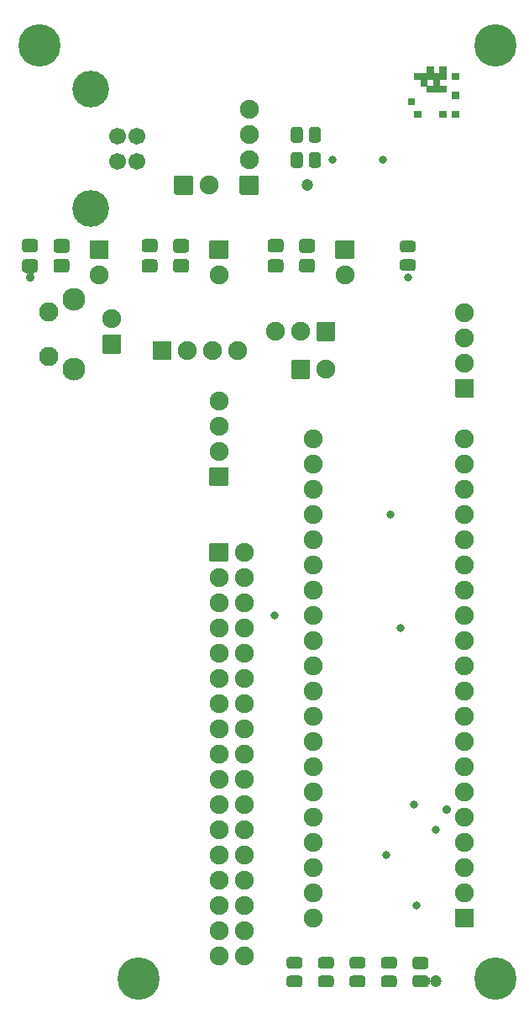
<source format=gbr>
G04 #@! TF.GenerationSoftware,KiCad,Pcbnew,(5.1.9)-1*
G04 #@! TF.CreationDate,2021-07-31T21:11:46+01:00*
G04 #@! TF.ProjectId,Greaseweazle F1 Plus Mini Rev 1.1,47726561-7365-4776-9561-7a6c65204631,1*
G04 #@! TF.SameCoordinates,PX6312cb0PY6bcb370*
G04 #@! TF.FileFunction,Soldermask,Top*
G04 #@! TF.FilePolarity,Negative*
%FSLAX46Y46*%
G04 Gerber Fmt 4.6, Leading zero omitted, Abs format (unit mm)*
G04 Created by KiCad (PCBNEW (5.1.9)-1) date 2021-07-31 21:11:46*
%MOMM*%
%LPD*%
G01*
G04 APERTURE LIST*
%ADD10C,0.100000*%
%ADD11O,1.900000X1.900000*%
%ADD12C,1.900000*%
%ADD13C,2.300000*%
%ADD14C,1.950000*%
%ADD15C,4.264000*%
%ADD16C,1.701140*%
%ADD17C,3.700120*%
%ADD18C,0.900000*%
%ADD19C,0.800000*%
%ADD20C,1.200000*%
G04 APERTURE END LIST*
D10*
G36*
X36449000Y67945000D02*
G01*
X35814000Y67945000D01*
X35814000Y68580000D01*
X36449000Y68580000D01*
X36449000Y67945000D01*
G37*
X36449000Y67945000D02*
X35814000Y67945000D01*
X35814000Y68580000D01*
X36449000Y68580000D01*
X36449000Y67945000D01*
G36*
X36449000Y67310000D02*
G01*
X35814000Y67310000D01*
X35814000Y67945000D01*
X36449000Y67945000D01*
X36449000Y67310000D01*
G37*
X36449000Y67310000D02*
X35814000Y67310000D01*
X35814000Y67945000D01*
X36449000Y67945000D01*
X36449000Y67310000D01*
G36*
X37084000Y67310000D02*
G01*
X36449000Y67310000D01*
X36449000Y67945000D01*
X37084000Y67945000D01*
X37084000Y67310000D01*
G37*
X37084000Y67310000D02*
X36449000Y67310000D01*
X36449000Y67945000D01*
X37084000Y67945000D01*
X37084000Y67310000D01*
G36*
X35814000Y67310000D02*
G01*
X35179000Y67310000D01*
X35179000Y67945000D01*
X35814000Y67945000D01*
X35814000Y67310000D01*
G37*
X35814000Y67310000D02*
X35179000Y67310000D01*
X35179000Y67945000D01*
X35814000Y67945000D01*
X35814000Y67310000D01*
G36*
X35179000Y67945000D02*
G01*
X34544000Y67945000D01*
X34544000Y68580000D01*
X35179000Y68580000D01*
X35179000Y67945000D01*
G37*
X35179000Y67945000D02*
X34544000Y67945000D01*
X34544000Y68580000D01*
X35179000Y68580000D01*
X35179000Y67945000D01*
G36*
X38354000Y68580000D02*
G01*
X37719000Y68580000D01*
X37719000Y69215000D01*
X38354000Y69215000D01*
X38354000Y68580000D01*
G37*
X38354000Y68580000D02*
X37719000Y68580000D01*
X37719000Y69215000D01*
X38354000Y69215000D01*
X38354000Y68580000D01*
G36*
X38354000Y64770000D02*
G01*
X37719000Y64770000D01*
X37719000Y65405000D01*
X38354000Y65405000D01*
X38354000Y64770000D01*
G37*
X38354000Y64770000D02*
X37719000Y64770000D01*
X37719000Y65405000D01*
X38354000Y65405000D01*
X38354000Y64770000D01*
G36*
X37084000Y69215000D02*
G01*
X36449000Y69215000D01*
X36449000Y69850000D01*
X37084000Y69850000D01*
X37084000Y69215000D01*
G37*
X37084000Y69215000D02*
X36449000Y69215000D01*
X36449000Y69850000D01*
X37084000Y69850000D01*
X37084000Y69215000D01*
G36*
X37084000Y68580000D02*
G01*
X36449000Y68580000D01*
X36449000Y69215000D01*
X37084000Y69215000D01*
X37084000Y68580000D01*
G37*
X37084000Y68580000D02*
X36449000Y68580000D01*
X36449000Y69215000D01*
X37084000Y69215000D01*
X37084000Y68580000D01*
G36*
X36449000Y68580000D02*
G01*
X35814000Y68580000D01*
X35814000Y69215000D01*
X36449000Y69215000D01*
X36449000Y68580000D01*
G37*
X36449000Y68580000D02*
X35814000Y68580000D01*
X35814000Y69215000D01*
X36449000Y69215000D01*
X36449000Y68580000D01*
G36*
X35814000Y68580000D02*
G01*
X35179000Y68580000D01*
X35179000Y69215000D01*
X35814000Y69215000D01*
X35814000Y68580000D01*
G37*
X35814000Y68580000D02*
X35179000Y68580000D01*
X35179000Y69215000D01*
X35814000Y69215000D01*
X35814000Y68580000D01*
G36*
X35814000Y69215000D02*
G01*
X35179000Y69215000D01*
X35179000Y69850000D01*
X35814000Y69850000D01*
X35814000Y69215000D01*
G37*
X35814000Y69215000D02*
X35179000Y69215000D01*
X35179000Y69850000D01*
X35814000Y69850000D01*
X35814000Y69215000D01*
G36*
X35179000Y68580000D02*
G01*
X34544000Y68580000D01*
X34544000Y69215000D01*
X35179000Y69215000D01*
X35179000Y68580000D01*
G37*
X35179000Y68580000D02*
X34544000Y68580000D01*
X34544000Y69215000D01*
X35179000Y69215000D01*
X35179000Y68580000D01*
G36*
X34544000Y68580000D02*
G01*
X33909000Y68580000D01*
X33909000Y69215000D01*
X34544000Y69215000D01*
X34544000Y68580000D01*
G37*
X34544000Y68580000D02*
X33909000Y68580000D01*
X33909000Y69215000D01*
X34544000Y69215000D01*
X34544000Y68580000D01*
G36*
X33909000Y66040000D02*
G01*
X33274000Y66040000D01*
X33274000Y66675000D01*
X33909000Y66675000D01*
X33909000Y66040000D01*
G37*
X33909000Y66040000D02*
X33274000Y66040000D01*
X33274000Y66675000D01*
X33909000Y66675000D01*
X33909000Y66040000D01*
G36*
X34544000Y64770000D02*
G01*
X33909000Y64770000D01*
X33909000Y65405000D01*
X34544000Y65405000D01*
X34544000Y64770000D01*
G37*
X34544000Y64770000D02*
X33909000Y64770000D01*
X33909000Y65405000D01*
X34544000Y65405000D01*
X34544000Y64770000D01*
G36*
X37084000Y64770000D02*
G01*
X36449000Y64770000D01*
X36449000Y65405000D01*
X37084000Y65405000D01*
X37084000Y64770000D01*
G37*
X37084000Y64770000D02*
X36449000Y64770000D01*
X36449000Y65405000D01*
X37084000Y65405000D01*
X37084000Y64770000D01*
G36*
X38354000Y66675000D02*
G01*
X37719000Y66675000D01*
X37719000Y67310000D01*
X38354000Y67310000D01*
X38354000Y66675000D01*
G37*
X38354000Y66675000D02*
X37719000Y66675000D01*
X37719000Y67310000D01*
X38354000Y67310000D01*
X38354000Y66675000D01*
G36*
X38354000Y66675000D02*
G01*
X37719000Y66675000D01*
X37719000Y67310000D01*
X38354000Y67310000D01*
X38354000Y66675000D01*
G37*
X38354000Y66675000D02*
X37719000Y66675000D01*
X37719000Y67310000D01*
X38354000Y67310000D01*
X38354000Y66675000D01*
G36*
X37084000Y64770000D02*
G01*
X36449000Y64770000D01*
X36449000Y65405000D01*
X37084000Y65405000D01*
X37084000Y64770000D01*
G37*
X37084000Y64770000D02*
X36449000Y64770000D01*
X36449000Y65405000D01*
X37084000Y65405000D01*
X37084000Y64770000D01*
G36*
X34544000Y64770000D02*
G01*
X33909000Y64770000D01*
X33909000Y65405000D01*
X34544000Y65405000D01*
X34544000Y64770000D01*
G37*
X34544000Y64770000D02*
X33909000Y64770000D01*
X33909000Y65405000D01*
X34544000Y65405000D01*
X34544000Y64770000D01*
G36*
X33909000Y66040000D02*
G01*
X33274000Y66040000D01*
X33274000Y66675000D01*
X33909000Y66675000D01*
X33909000Y66040000D01*
G37*
X33909000Y66040000D02*
X33274000Y66040000D01*
X33274000Y66675000D01*
X33909000Y66675000D01*
X33909000Y66040000D01*
G36*
X34544000Y68580000D02*
G01*
X33909000Y68580000D01*
X33909000Y69215000D01*
X34544000Y69215000D01*
X34544000Y68580000D01*
G37*
X34544000Y68580000D02*
X33909000Y68580000D01*
X33909000Y69215000D01*
X34544000Y69215000D01*
X34544000Y68580000D01*
G36*
X35179000Y68580000D02*
G01*
X34544000Y68580000D01*
X34544000Y69215000D01*
X35179000Y69215000D01*
X35179000Y68580000D01*
G37*
X35179000Y68580000D02*
X34544000Y68580000D01*
X34544000Y69215000D01*
X35179000Y69215000D01*
X35179000Y68580000D01*
G36*
X35814000Y69215000D02*
G01*
X35179000Y69215000D01*
X35179000Y69850000D01*
X35814000Y69850000D01*
X35814000Y69215000D01*
G37*
X35814000Y69215000D02*
X35179000Y69215000D01*
X35179000Y69850000D01*
X35814000Y69850000D01*
X35814000Y69215000D01*
G36*
X35814000Y68580000D02*
G01*
X35179000Y68580000D01*
X35179000Y69215000D01*
X35814000Y69215000D01*
X35814000Y68580000D01*
G37*
X35814000Y68580000D02*
X35179000Y68580000D01*
X35179000Y69215000D01*
X35814000Y69215000D01*
X35814000Y68580000D01*
G36*
X36449000Y68580000D02*
G01*
X35814000Y68580000D01*
X35814000Y69215000D01*
X36449000Y69215000D01*
X36449000Y68580000D01*
G37*
X36449000Y68580000D02*
X35814000Y68580000D01*
X35814000Y69215000D01*
X36449000Y69215000D01*
X36449000Y68580000D01*
G36*
X37084000Y68580000D02*
G01*
X36449000Y68580000D01*
X36449000Y69215000D01*
X37084000Y69215000D01*
X37084000Y68580000D01*
G37*
X37084000Y68580000D02*
X36449000Y68580000D01*
X36449000Y69215000D01*
X37084000Y69215000D01*
X37084000Y68580000D01*
G36*
X37084000Y69215000D02*
G01*
X36449000Y69215000D01*
X36449000Y69850000D01*
X37084000Y69850000D01*
X37084000Y69215000D01*
G37*
X37084000Y69215000D02*
X36449000Y69215000D01*
X36449000Y69850000D01*
X37084000Y69850000D01*
X37084000Y69215000D01*
G36*
X38354000Y64770000D02*
G01*
X37719000Y64770000D01*
X37719000Y65405000D01*
X38354000Y65405000D01*
X38354000Y64770000D01*
G37*
X38354000Y64770000D02*
X37719000Y64770000D01*
X37719000Y65405000D01*
X38354000Y65405000D01*
X38354000Y64770000D01*
G36*
X38354000Y68580000D02*
G01*
X37719000Y68580000D01*
X37719000Y69215000D01*
X38354000Y69215000D01*
X38354000Y68580000D01*
G37*
X38354000Y68580000D02*
X37719000Y68580000D01*
X37719000Y69215000D01*
X38354000Y69215000D01*
X38354000Y68580000D01*
G36*
X35179000Y67945000D02*
G01*
X34544000Y67945000D01*
X34544000Y68580000D01*
X35179000Y68580000D01*
X35179000Y67945000D01*
G37*
X35179000Y67945000D02*
X34544000Y67945000D01*
X34544000Y68580000D01*
X35179000Y68580000D01*
X35179000Y67945000D01*
G36*
X35814000Y67310000D02*
G01*
X35179000Y67310000D01*
X35179000Y67945000D01*
X35814000Y67945000D01*
X35814000Y67310000D01*
G37*
X35814000Y67310000D02*
X35179000Y67310000D01*
X35179000Y67945000D01*
X35814000Y67945000D01*
X35814000Y67310000D01*
G36*
X37084000Y67310000D02*
G01*
X36449000Y67310000D01*
X36449000Y67945000D01*
X37084000Y67945000D01*
X37084000Y67310000D01*
G37*
X37084000Y67310000D02*
X36449000Y67310000D01*
X36449000Y67945000D01*
X37084000Y67945000D01*
X37084000Y67310000D01*
G36*
X36449000Y67310000D02*
G01*
X35814000Y67310000D01*
X35814000Y67945000D01*
X36449000Y67945000D01*
X36449000Y67310000D01*
G37*
X36449000Y67310000D02*
X35814000Y67310000D01*
X35814000Y67945000D01*
X36449000Y67945000D01*
X36449000Y67310000D01*
G36*
X36449000Y67945000D02*
G01*
X35814000Y67945000D01*
X35814000Y68580000D01*
X36449000Y68580000D01*
X36449000Y67945000D01*
G37*
X36449000Y67945000D02*
X35814000Y67945000D01*
X35814000Y68580000D01*
X36449000Y68580000D01*
X36449000Y67945000D01*
G36*
X36449000Y67945000D02*
G01*
X35814000Y67945000D01*
X35814000Y68580000D01*
X36449000Y68580000D01*
X36449000Y67945000D01*
G37*
X36449000Y67945000D02*
X35814000Y67945000D01*
X35814000Y68580000D01*
X36449000Y68580000D01*
X36449000Y67945000D01*
G36*
X36449000Y67310000D02*
G01*
X35814000Y67310000D01*
X35814000Y67945000D01*
X36449000Y67945000D01*
X36449000Y67310000D01*
G37*
X36449000Y67310000D02*
X35814000Y67310000D01*
X35814000Y67945000D01*
X36449000Y67945000D01*
X36449000Y67310000D01*
G36*
X37084000Y67310000D02*
G01*
X36449000Y67310000D01*
X36449000Y67945000D01*
X37084000Y67945000D01*
X37084000Y67310000D01*
G37*
X37084000Y67310000D02*
X36449000Y67310000D01*
X36449000Y67945000D01*
X37084000Y67945000D01*
X37084000Y67310000D01*
G36*
X35814000Y67310000D02*
G01*
X35179000Y67310000D01*
X35179000Y67945000D01*
X35814000Y67945000D01*
X35814000Y67310000D01*
G37*
X35814000Y67310000D02*
X35179000Y67310000D01*
X35179000Y67945000D01*
X35814000Y67945000D01*
X35814000Y67310000D01*
G36*
X35179000Y67945000D02*
G01*
X34544000Y67945000D01*
X34544000Y68580000D01*
X35179000Y68580000D01*
X35179000Y67945000D01*
G37*
X35179000Y67945000D02*
X34544000Y67945000D01*
X34544000Y68580000D01*
X35179000Y68580000D01*
X35179000Y67945000D01*
G36*
X38354000Y68580000D02*
G01*
X37719000Y68580000D01*
X37719000Y69215000D01*
X38354000Y69215000D01*
X38354000Y68580000D01*
G37*
X38354000Y68580000D02*
X37719000Y68580000D01*
X37719000Y69215000D01*
X38354000Y69215000D01*
X38354000Y68580000D01*
G36*
X38354000Y64770000D02*
G01*
X37719000Y64770000D01*
X37719000Y65405000D01*
X38354000Y65405000D01*
X38354000Y64770000D01*
G37*
X38354000Y64770000D02*
X37719000Y64770000D01*
X37719000Y65405000D01*
X38354000Y65405000D01*
X38354000Y64770000D01*
G36*
X37084000Y69215000D02*
G01*
X36449000Y69215000D01*
X36449000Y69850000D01*
X37084000Y69850000D01*
X37084000Y69215000D01*
G37*
X37084000Y69215000D02*
X36449000Y69215000D01*
X36449000Y69850000D01*
X37084000Y69850000D01*
X37084000Y69215000D01*
G36*
X37084000Y68580000D02*
G01*
X36449000Y68580000D01*
X36449000Y69215000D01*
X37084000Y69215000D01*
X37084000Y68580000D01*
G37*
X37084000Y68580000D02*
X36449000Y68580000D01*
X36449000Y69215000D01*
X37084000Y69215000D01*
X37084000Y68580000D01*
G36*
X36449000Y68580000D02*
G01*
X35814000Y68580000D01*
X35814000Y69215000D01*
X36449000Y69215000D01*
X36449000Y68580000D01*
G37*
X36449000Y68580000D02*
X35814000Y68580000D01*
X35814000Y69215000D01*
X36449000Y69215000D01*
X36449000Y68580000D01*
G36*
X35814000Y68580000D02*
G01*
X35179000Y68580000D01*
X35179000Y69215000D01*
X35814000Y69215000D01*
X35814000Y68580000D01*
G37*
X35814000Y68580000D02*
X35179000Y68580000D01*
X35179000Y69215000D01*
X35814000Y69215000D01*
X35814000Y68580000D01*
G36*
X35814000Y69215000D02*
G01*
X35179000Y69215000D01*
X35179000Y69850000D01*
X35814000Y69850000D01*
X35814000Y69215000D01*
G37*
X35814000Y69215000D02*
X35179000Y69215000D01*
X35179000Y69850000D01*
X35814000Y69850000D01*
X35814000Y69215000D01*
G36*
X35179000Y68580000D02*
G01*
X34544000Y68580000D01*
X34544000Y69215000D01*
X35179000Y69215000D01*
X35179000Y68580000D01*
G37*
X35179000Y68580000D02*
X34544000Y68580000D01*
X34544000Y69215000D01*
X35179000Y69215000D01*
X35179000Y68580000D01*
G36*
X34544000Y68580000D02*
G01*
X33909000Y68580000D01*
X33909000Y69215000D01*
X34544000Y69215000D01*
X34544000Y68580000D01*
G37*
X34544000Y68580000D02*
X33909000Y68580000D01*
X33909000Y69215000D01*
X34544000Y69215000D01*
X34544000Y68580000D01*
G36*
X33909000Y66040000D02*
G01*
X33274000Y66040000D01*
X33274000Y66675000D01*
X33909000Y66675000D01*
X33909000Y66040000D01*
G37*
X33909000Y66040000D02*
X33274000Y66040000D01*
X33274000Y66675000D01*
X33909000Y66675000D01*
X33909000Y66040000D01*
G36*
X34544000Y64770000D02*
G01*
X33909000Y64770000D01*
X33909000Y65405000D01*
X34544000Y65405000D01*
X34544000Y64770000D01*
G37*
X34544000Y64770000D02*
X33909000Y64770000D01*
X33909000Y65405000D01*
X34544000Y65405000D01*
X34544000Y64770000D01*
G36*
X37084000Y64770000D02*
G01*
X36449000Y64770000D01*
X36449000Y65405000D01*
X37084000Y65405000D01*
X37084000Y64770000D01*
G37*
X37084000Y64770000D02*
X36449000Y64770000D01*
X36449000Y65405000D01*
X37084000Y65405000D01*
X37084000Y64770000D01*
G36*
X38354000Y66675000D02*
G01*
X37719000Y66675000D01*
X37719000Y67310000D01*
X38354000Y67310000D01*
X38354000Y66675000D01*
G37*
X38354000Y66675000D02*
X37719000Y66675000D01*
X37719000Y67310000D01*
X38354000Y67310000D01*
X38354000Y66675000D01*
G36*
X38354000Y66675000D02*
G01*
X37719000Y66675000D01*
X37719000Y67310000D01*
X38354000Y67310000D01*
X38354000Y66675000D01*
G37*
X38354000Y66675000D02*
X37719000Y66675000D01*
X37719000Y67310000D01*
X38354000Y67310000D01*
X38354000Y66675000D01*
G36*
X37084000Y64770000D02*
G01*
X36449000Y64770000D01*
X36449000Y65405000D01*
X37084000Y65405000D01*
X37084000Y64770000D01*
G37*
X37084000Y64770000D02*
X36449000Y64770000D01*
X36449000Y65405000D01*
X37084000Y65405000D01*
X37084000Y64770000D01*
G36*
X34544000Y64770000D02*
G01*
X33909000Y64770000D01*
X33909000Y65405000D01*
X34544000Y65405000D01*
X34544000Y64770000D01*
G37*
X34544000Y64770000D02*
X33909000Y64770000D01*
X33909000Y65405000D01*
X34544000Y65405000D01*
X34544000Y64770000D01*
G36*
X33909000Y66040000D02*
G01*
X33274000Y66040000D01*
X33274000Y66675000D01*
X33909000Y66675000D01*
X33909000Y66040000D01*
G37*
X33909000Y66040000D02*
X33274000Y66040000D01*
X33274000Y66675000D01*
X33909000Y66675000D01*
X33909000Y66040000D01*
G36*
X34544000Y68580000D02*
G01*
X33909000Y68580000D01*
X33909000Y69215000D01*
X34544000Y69215000D01*
X34544000Y68580000D01*
G37*
X34544000Y68580000D02*
X33909000Y68580000D01*
X33909000Y69215000D01*
X34544000Y69215000D01*
X34544000Y68580000D01*
G36*
X35179000Y68580000D02*
G01*
X34544000Y68580000D01*
X34544000Y69215000D01*
X35179000Y69215000D01*
X35179000Y68580000D01*
G37*
X35179000Y68580000D02*
X34544000Y68580000D01*
X34544000Y69215000D01*
X35179000Y69215000D01*
X35179000Y68580000D01*
G36*
X35814000Y69215000D02*
G01*
X35179000Y69215000D01*
X35179000Y69850000D01*
X35814000Y69850000D01*
X35814000Y69215000D01*
G37*
X35814000Y69215000D02*
X35179000Y69215000D01*
X35179000Y69850000D01*
X35814000Y69850000D01*
X35814000Y69215000D01*
G36*
X35814000Y68580000D02*
G01*
X35179000Y68580000D01*
X35179000Y69215000D01*
X35814000Y69215000D01*
X35814000Y68580000D01*
G37*
X35814000Y68580000D02*
X35179000Y68580000D01*
X35179000Y69215000D01*
X35814000Y69215000D01*
X35814000Y68580000D01*
G36*
X36449000Y68580000D02*
G01*
X35814000Y68580000D01*
X35814000Y69215000D01*
X36449000Y69215000D01*
X36449000Y68580000D01*
G37*
X36449000Y68580000D02*
X35814000Y68580000D01*
X35814000Y69215000D01*
X36449000Y69215000D01*
X36449000Y68580000D01*
G36*
X37084000Y68580000D02*
G01*
X36449000Y68580000D01*
X36449000Y69215000D01*
X37084000Y69215000D01*
X37084000Y68580000D01*
G37*
X37084000Y68580000D02*
X36449000Y68580000D01*
X36449000Y69215000D01*
X37084000Y69215000D01*
X37084000Y68580000D01*
G36*
X37084000Y69215000D02*
G01*
X36449000Y69215000D01*
X36449000Y69850000D01*
X37084000Y69850000D01*
X37084000Y69215000D01*
G37*
X37084000Y69215000D02*
X36449000Y69215000D01*
X36449000Y69850000D01*
X37084000Y69850000D01*
X37084000Y69215000D01*
G36*
X38354000Y64770000D02*
G01*
X37719000Y64770000D01*
X37719000Y65405000D01*
X38354000Y65405000D01*
X38354000Y64770000D01*
G37*
X38354000Y64770000D02*
X37719000Y64770000D01*
X37719000Y65405000D01*
X38354000Y65405000D01*
X38354000Y64770000D01*
G36*
X38354000Y68580000D02*
G01*
X37719000Y68580000D01*
X37719000Y69215000D01*
X38354000Y69215000D01*
X38354000Y68580000D01*
G37*
X38354000Y68580000D02*
X37719000Y68580000D01*
X37719000Y69215000D01*
X38354000Y69215000D01*
X38354000Y68580000D01*
G36*
X35179000Y67945000D02*
G01*
X34544000Y67945000D01*
X34544000Y68580000D01*
X35179000Y68580000D01*
X35179000Y67945000D01*
G37*
X35179000Y67945000D02*
X34544000Y67945000D01*
X34544000Y68580000D01*
X35179000Y68580000D01*
X35179000Y67945000D01*
G36*
X35814000Y67310000D02*
G01*
X35179000Y67310000D01*
X35179000Y67945000D01*
X35814000Y67945000D01*
X35814000Y67310000D01*
G37*
X35814000Y67310000D02*
X35179000Y67310000D01*
X35179000Y67945000D01*
X35814000Y67945000D01*
X35814000Y67310000D01*
G36*
X37084000Y67310000D02*
G01*
X36449000Y67310000D01*
X36449000Y67945000D01*
X37084000Y67945000D01*
X37084000Y67310000D01*
G37*
X37084000Y67310000D02*
X36449000Y67310000D01*
X36449000Y67945000D01*
X37084000Y67945000D01*
X37084000Y67310000D01*
G36*
X36449000Y67310000D02*
G01*
X35814000Y67310000D01*
X35814000Y67945000D01*
X36449000Y67945000D01*
X36449000Y67310000D01*
G37*
X36449000Y67310000D02*
X35814000Y67310000D01*
X35814000Y67945000D01*
X36449000Y67945000D01*
X36449000Y67310000D01*
G36*
X36449000Y67945000D02*
G01*
X35814000Y67945000D01*
X35814000Y68580000D01*
X36449000Y68580000D01*
X36449000Y67945000D01*
G37*
X36449000Y67945000D02*
X35814000Y67945000D01*
X35814000Y68580000D01*
X36449000Y68580000D01*
X36449000Y67945000D01*
D11*
X13208000Y57912000D03*
G36*
G01*
X11518000Y56962000D02*
X9818000Y56962000D01*
G75*
G02*
X9718000Y57062000I0J100000D01*
G01*
X9718000Y58762000D01*
G75*
G02*
X9818000Y58862000I100000J0D01*
G01*
X11518000Y58862000D01*
G75*
G02*
X11618000Y58762000I0J-100000D01*
G01*
X11618000Y57062000D01*
G75*
G02*
X11518000Y56962000I-100000J0D01*
G01*
G37*
X16129000Y41275000D03*
X13589000Y41275000D03*
X11049000Y41275000D03*
G36*
G01*
X9359000Y40325000D02*
X7659000Y40325000D01*
G75*
G02*
X7559000Y40425000I0J100000D01*
G01*
X7559000Y42125000D01*
G75*
G02*
X7659000Y42225000I100000J0D01*
G01*
X9359000Y42225000D01*
G75*
G02*
X9459000Y42125000I0J-100000D01*
G01*
X9459000Y40425000D01*
G75*
G02*
X9359000Y40325000I-100000J0D01*
G01*
G37*
X25019000Y39370000D03*
G36*
G01*
X23329000Y38420000D02*
X21629000Y38420000D01*
G75*
G02*
X21529000Y38520000I0J100000D01*
G01*
X21529000Y40220000D01*
G75*
G02*
X21629000Y40320000I100000J0D01*
G01*
X23329000Y40320000D01*
G75*
G02*
X23429000Y40220000I0J-100000D01*
G01*
X23429000Y38520000D01*
G75*
G02*
X23329000Y38420000I-100000J0D01*
G01*
G37*
X19939000Y43180000D03*
X22479000Y43180000D03*
G36*
G01*
X24169000Y44130000D02*
X25869000Y44130000D01*
G75*
G02*
X25969000Y44030000I0J-100000D01*
G01*
X25969000Y42330000D01*
G75*
G02*
X25869000Y42230000I-100000J0D01*
G01*
X24169000Y42230000D01*
G75*
G02*
X24069000Y42330000I0J100000D01*
G01*
X24069000Y44030000D01*
G75*
G02*
X24169000Y44130000I100000J0D01*
G01*
G37*
D12*
X23749000Y-15875000D03*
G36*
G01*
X39939000Y-15025000D02*
X39939000Y-16725000D01*
G75*
G02*
X39839000Y-16825000I-100000J0D01*
G01*
X38139000Y-16825000D01*
G75*
G02*
X38039000Y-16725000I0J100000D01*
G01*
X38039000Y-15025000D01*
G75*
G02*
X38139000Y-14925000I100000J0D01*
G01*
X39839000Y-14925000D01*
G75*
G02*
X39939000Y-15025000I0J-100000D01*
G01*
G37*
X23749000Y-13335000D03*
X38989000Y-13335000D03*
X23749000Y-10795000D03*
X38989000Y-10795000D03*
X23749000Y-8255000D03*
X38989000Y-8255000D03*
X23749000Y-5715000D03*
X38989000Y-5715000D03*
X23749000Y-3175000D03*
X38989000Y-3175000D03*
X23749000Y-635000D03*
X38989000Y-635000D03*
X23749000Y1905000D03*
X38989000Y1905000D03*
X23749000Y4445000D03*
X38989000Y4445000D03*
X23749000Y6985000D03*
X38989000Y6985000D03*
X23749000Y9525000D03*
X38989000Y9525000D03*
X23749000Y12065000D03*
X38989000Y12065000D03*
X23749000Y14605000D03*
X38989000Y14605000D03*
X23749000Y17145000D03*
X38989000Y17145000D03*
X23749000Y19685000D03*
X38989000Y19685000D03*
X23749000Y22225000D03*
X38989000Y22225000D03*
X23749000Y24765000D03*
X38989000Y24765000D03*
X23749000Y27305000D03*
X38989000Y27305000D03*
X23749000Y29845000D03*
X38989000Y29845000D03*
X23749000Y32385000D03*
X38989000Y32385000D03*
D13*
X-431000Y39390000D03*
D14*
X-2921000Y40640000D03*
X-2921000Y45140000D03*
D13*
X-431000Y46400000D03*
D11*
X38989000Y45085000D03*
X38989000Y42545000D03*
X38989000Y40005000D03*
G36*
G01*
X39939000Y38315000D02*
X39939000Y36615000D01*
G75*
G02*
X39839000Y36515000I-100000J0D01*
G01*
X38139000Y36515000D01*
G75*
G02*
X38039000Y36615000I0J100000D01*
G01*
X38039000Y38315000D01*
G75*
G02*
X38139000Y38415000I100000J0D01*
G01*
X39839000Y38415000D01*
G75*
G02*
X39939000Y38315000I0J-100000D01*
G01*
G37*
X17272000Y65532000D03*
X17272000Y62992000D03*
X17272000Y60452000D03*
G36*
G01*
X18222000Y58762000D02*
X18222000Y57062000D01*
G75*
G02*
X18122000Y56962000I-100000J0D01*
G01*
X16422000Y56962000D01*
G75*
G02*
X16322000Y57062000I0J100000D01*
G01*
X16322000Y58762000D01*
G75*
G02*
X16422000Y58862000I100000J0D01*
G01*
X18122000Y58862000D01*
G75*
G02*
X18222000Y58762000I0J-100000D01*
G01*
G37*
G36*
G01*
X22687000Y60953222D02*
X22687000Y59950778D01*
G75*
G02*
X22388222Y59652000I-298778J0D01*
G01*
X21760778Y59652000D01*
G75*
G02*
X21462000Y59950778I0J298778D01*
G01*
X21462000Y60953222D01*
G75*
G02*
X21760778Y61252000I298778J0D01*
G01*
X22388222Y61252000D01*
G75*
G02*
X22687000Y60953222I0J-298778D01*
G01*
G37*
G36*
G01*
X24512000Y60953222D02*
X24512000Y59950778D01*
G75*
G02*
X24213222Y59652000I-298778J0D01*
G01*
X23585778Y59652000D01*
G75*
G02*
X23287000Y59950778I0J298778D01*
G01*
X23287000Y60953222D01*
G75*
G02*
X23585778Y61252000I298778J0D01*
G01*
X24213222Y61252000D01*
G75*
G02*
X24512000Y60953222I0J-298778D01*
G01*
G37*
G36*
G01*
X22687000Y63493222D02*
X22687000Y62490778D01*
G75*
G02*
X22388222Y62192000I-298778J0D01*
G01*
X21760778Y62192000D01*
G75*
G02*
X21462000Y62490778I0J298778D01*
G01*
X21462000Y63493222D01*
G75*
G02*
X21760778Y63792000I298778J0D01*
G01*
X22388222Y63792000D01*
G75*
G02*
X22687000Y63493222I0J-298778D01*
G01*
G37*
G36*
G01*
X24512000Y63493222D02*
X24512000Y62490778D01*
G75*
G02*
X24213222Y62192000I-298778J0D01*
G01*
X23585778Y62192000D01*
G75*
G02*
X23287000Y62490778I0J298778D01*
G01*
X23287000Y63493222D01*
G75*
G02*
X23585778Y63792000I298778J0D01*
G01*
X24213222Y63792000D01*
G75*
G02*
X24512000Y63493222I0J-298778D01*
G01*
G37*
D15*
X42114000Y-21970000D03*
X6114000Y-21970000D03*
X42114000Y72030000D03*
X-3886000Y72030000D03*
D11*
X26924000Y48895000D03*
G36*
G01*
X25974000Y50585000D02*
X25974000Y52285000D01*
G75*
G02*
X26074000Y52385000I100000J0D01*
G01*
X27774000Y52385000D01*
G75*
G02*
X27874000Y52285000I0J-100000D01*
G01*
X27874000Y50585000D01*
G75*
G02*
X27774000Y50485000I-100000J0D01*
G01*
X26074000Y50485000D01*
G75*
G02*
X25974000Y50585000I0J100000D01*
G01*
G37*
X14224000Y48895000D03*
G36*
G01*
X13274000Y50585000D02*
X13274000Y52285000D01*
G75*
G02*
X13374000Y52385000I100000J0D01*
G01*
X15074000Y52385000D01*
G75*
G02*
X15174000Y52285000I0J-100000D01*
G01*
X15174000Y50585000D01*
G75*
G02*
X15074000Y50485000I-100000J0D01*
G01*
X13374000Y50485000D01*
G75*
G02*
X13274000Y50585000I0J100000D01*
G01*
G37*
X2159000Y48895000D03*
G36*
G01*
X1209000Y50585000D02*
X1209000Y52285000D01*
G75*
G02*
X1309000Y52385000I100000J0D01*
G01*
X3009000Y52385000D01*
G75*
G02*
X3109000Y52285000I0J-100000D01*
G01*
X3109000Y50585000D01*
G75*
G02*
X3009000Y50485000I-100000J0D01*
G01*
X1309000Y50485000D01*
G75*
G02*
X1209000Y50585000I0J100000D01*
G01*
G37*
G36*
G01*
X23622335Y51100000D02*
X22605665Y51100000D01*
G75*
G02*
X22314000Y51391665I0J291665D01*
G01*
X22314000Y52208335D01*
G75*
G02*
X22605665Y52500000I291665J0D01*
G01*
X23622335Y52500000D01*
G75*
G02*
X23914000Y52208335I0J-291665D01*
G01*
X23914000Y51391665D01*
G75*
G02*
X23622335Y51100000I-291665J0D01*
G01*
G37*
G36*
G01*
X23622335Y49100000D02*
X22605665Y49100000D01*
G75*
G02*
X22314000Y49391665I0J291665D01*
G01*
X22314000Y50208335D01*
G75*
G02*
X22605665Y50500000I291665J0D01*
G01*
X23622335Y50500000D01*
G75*
G02*
X23914000Y50208335I0J-291665D01*
G01*
X23914000Y49391665D01*
G75*
G02*
X23622335Y49100000I-291665J0D01*
G01*
G37*
G36*
G01*
X-1142665Y51100000D02*
X-2159335Y51100000D01*
G75*
G02*
X-2451000Y51391665I0J291665D01*
G01*
X-2451000Y52208335D01*
G75*
G02*
X-2159335Y52500000I291665J0D01*
G01*
X-1142665Y52500000D01*
G75*
G02*
X-851000Y52208335I0J-291665D01*
G01*
X-851000Y51391665D01*
G75*
G02*
X-1142665Y51100000I-291665J0D01*
G01*
G37*
G36*
G01*
X-1142665Y49100000D02*
X-2159335Y49100000D01*
G75*
G02*
X-2451000Y49391665I0J291665D01*
G01*
X-2451000Y50208335D01*
G75*
G02*
X-2159335Y50500000I291665J0D01*
G01*
X-1142665Y50500000D01*
G75*
G02*
X-851000Y50208335I0J-291665D01*
G01*
X-851000Y49391665D01*
G75*
G02*
X-1142665Y49100000I-291665J0D01*
G01*
G37*
G36*
G01*
X10922335Y51100000D02*
X9905665Y51100000D01*
G75*
G02*
X9614000Y51391665I0J291665D01*
G01*
X9614000Y52208335D01*
G75*
G02*
X9905665Y52500000I291665J0D01*
G01*
X10922335Y52500000D01*
G75*
G02*
X11214000Y52208335I0J-291665D01*
G01*
X11214000Y51391665D01*
G75*
G02*
X10922335Y51100000I-291665J0D01*
G01*
G37*
G36*
G01*
X10922335Y49100000D02*
X9905665Y49100000D01*
G75*
G02*
X9614000Y49391665I0J291665D01*
G01*
X9614000Y50208335D01*
G75*
G02*
X9905665Y50500000I291665J0D01*
G01*
X10922335Y50500000D01*
G75*
G02*
X11214000Y50208335I0J-291665D01*
G01*
X11214000Y49391665D01*
G75*
G02*
X10922335Y49100000I-291665J0D01*
G01*
G37*
G36*
G01*
X20445523Y51150000D02*
X19432477Y51150000D01*
G75*
G02*
X19139000Y51443477I0J293477D01*
G01*
X19139000Y52206523D01*
G75*
G02*
X19432477Y52500000I293477J0D01*
G01*
X20445523Y52500000D01*
G75*
G02*
X20739000Y52206523I0J-293477D01*
G01*
X20739000Y51443477D01*
G75*
G02*
X20445523Y51150000I-293477J0D01*
G01*
G37*
G36*
G01*
X20445523Y49100000D02*
X19432477Y49100000D01*
G75*
G02*
X19139000Y49393477I0J293477D01*
G01*
X19139000Y50156523D01*
G75*
G02*
X19432477Y50450000I293477J0D01*
G01*
X20445523Y50450000D01*
G75*
G02*
X20739000Y50156523I0J-293477D01*
G01*
X20739000Y49393477D01*
G75*
G02*
X20445523Y49100000I-293477J0D01*
G01*
G37*
G36*
G01*
X-4319477Y51150000D02*
X-5332523Y51150000D01*
G75*
G02*
X-5626000Y51443477I0J293477D01*
G01*
X-5626000Y52206523D01*
G75*
G02*
X-5332523Y52500000I293477J0D01*
G01*
X-4319477Y52500000D01*
G75*
G02*
X-4026000Y52206523I0J-293477D01*
G01*
X-4026000Y51443477D01*
G75*
G02*
X-4319477Y51150000I-293477J0D01*
G01*
G37*
G36*
G01*
X-4319477Y49100000D02*
X-5332523Y49100000D01*
G75*
G02*
X-5626000Y49393477I0J293477D01*
G01*
X-5626000Y50156523D01*
G75*
G02*
X-5332523Y50450000I293477J0D01*
G01*
X-4319477Y50450000D01*
G75*
G02*
X-4026000Y50156523I0J-293477D01*
G01*
X-4026000Y49393477D01*
G75*
G02*
X-4319477Y49100000I-293477J0D01*
G01*
G37*
G36*
G01*
X7745523Y51150000D02*
X6732477Y51150000D01*
G75*
G02*
X6439000Y51443477I0J293477D01*
G01*
X6439000Y52206523D01*
G75*
G02*
X6732477Y52500000I293477J0D01*
G01*
X7745523Y52500000D01*
G75*
G02*
X8039000Y52206523I0J-293477D01*
G01*
X8039000Y51443477D01*
G75*
G02*
X7745523Y51150000I-293477J0D01*
G01*
G37*
G36*
G01*
X7745523Y49100000D02*
X6732477Y49100000D01*
G75*
G02*
X6439000Y49393477I0J293477D01*
G01*
X6439000Y50156523D01*
G75*
G02*
X6732477Y50450000I293477J0D01*
G01*
X7745523Y50450000D01*
G75*
G02*
X8039000Y50156523I0J-293477D01*
G01*
X8039000Y49393477D01*
G75*
G02*
X7745523Y49100000I-293477J0D01*
G01*
G37*
G36*
G01*
X35045222Y-21036000D02*
X34042778Y-21036000D01*
G75*
G02*
X33744000Y-20737222I0J298778D01*
G01*
X33744000Y-20109778D01*
G75*
G02*
X34042778Y-19811000I298778J0D01*
G01*
X35045222Y-19811000D01*
G75*
G02*
X35344000Y-20109778I0J-298778D01*
G01*
X35344000Y-20737222D01*
G75*
G02*
X35045222Y-21036000I-298778J0D01*
G01*
G37*
G36*
G01*
X35045222Y-22861000D02*
X34042778Y-22861000D01*
G75*
G02*
X33744000Y-22562222I0J298778D01*
G01*
X33744000Y-21934778D01*
G75*
G02*
X34042778Y-21636000I298778J0D01*
G01*
X35045222Y-21636000D01*
G75*
G02*
X35344000Y-21934778I0J-298778D01*
G01*
X35344000Y-22562222D01*
G75*
G02*
X35045222Y-22861000I-298778J0D01*
G01*
G37*
G36*
G01*
X15174000Y29425000D02*
X15174000Y27725000D01*
G75*
G02*
X15074000Y27625000I-100000J0D01*
G01*
X13374000Y27625000D01*
G75*
G02*
X13274000Y27725000I0J100000D01*
G01*
X13274000Y29425000D01*
G75*
G02*
X13374000Y29525000I100000J0D01*
G01*
X15074000Y29525000D01*
G75*
G02*
X15174000Y29425000I0J-100000D01*
G01*
G37*
X14224000Y31115000D03*
X14224000Y33655000D03*
X14224000Y36195000D03*
G36*
G01*
X4379000Y42760000D02*
X4379000Y41060000D01*
G75*
G02*
X4279000Y40960000I-100000J0D01*
G01*
X2579000Y40960000D01*
G75*
G02*
X2479000Y41060000I0J100000D01*
G01*
X2479000Y42760000D01*
G75*
G02*
X2579000Y42860000I100000J0D01*
G01*
X4279000Y42860000D01*
G75*
G02*
X4379000Y42760000I0J-100000D01*
G01*
G37*
X3429000Y44450000D03*
D16*
X3987800Y62839600D03*
X3987800Y60350400D03*
X5994400Y60350400D03*
X5994400Y62839600D03*
D17*
X1270000Y67614800D03*
X1270000Y55575200D03*
G36*
G01*
X13274000Y20105000D02*
X13274000Y21805000D01*
G75*
G02*
X13374000Y21905000I100000J0D01*
G01*
X15074000Y21905000D01*
G75*
G02*
X15174000Y21805000I0J-100000D01*
G01*
X15174000Y20105000D01*
G75*
G02*
X15074000Y20005000I-100000J0D01*
G01*
X13374000Y20005000D01*
G75*
G02*
X13274000Y20105000I0J100000D01*
G01*
G37*
D11*
X16764000Y20955000D03*
X14224000Y18415000D03*
X16764000Y18415000D03*
X14224000Y15875000D03*
X16764000Y15875000D03*
X14224000Y13335000D03*
X16764000Y13335000D03*
X14224000Y10795000D03*
X16764000Y10795000D03*
X14224000Y8255000D03*
X16764000Y8255000D03*
X14224000Y5715000D03*
X16764000Y5715000D03*
X14224000Y3175000D03*
X16764000Y3175000D03*
X14224000Y635000D03*
X16764000Y635000D03*
X14224000Y-1905000D03*
X16764000Y-1905000D03*
X14224000Y-4445000D03*
X16764000Y-4445000D03*
X14224000Y-6985000D03*
X16764000Y-6985000D03*
X14224000Y-9525000D03*
X16764000Y-9525000D03*
X14224000Y-12065000D03*
X16764000Y-12065000D03*
X14224000Y-14605000D03*
X16764000Y-14605000D03*
X14224000Y-17145000D03*
X16764000Y-17145000D03*
X14224000Y-19685000D03*
X16764000Y-19685000D03*
G36*
G01*
X31875250Y-22861000D02*
X30862750Y-22861000D01*
G75*
G02*
X30569000Y-22567250I0J293750D01*
G01*
X30569000Y-21979750D01*
G75*
G02*
X30862750Y-21686000I293750J0D01*
G01*
X31875250Y-21686000D01*
G75*
G02*
X32169000Y-21979750I0J-293750D01*
G01*
X32169000Y-22567250D01*
G75*
G02*
X31875250Y-22861000I-293750J0D01*
G01*
G37*
G36*
G01*
X31875250Y-20986000D02*
X30862750Y-20986000D01*
G75*
G02*
X30569000Y-20692250I0J293750D01*
G01*
X30569000Y-20104750D01*
G75*
G02*
X30862750Y-19811000I293750J0D01*
G01*
X31875250Y-19811000D01*
G75*
G02*
X32169000Y-20104750I0J-293750D01*
G01*
X32169000Y-20692250D01*
G75*
G02*
X31875250Y-20986000I-293750J0D01*
G01*
G37*
G36*
G01*
X22350250Y-22861000D02*
X21337750Y-22861000D01*
G75*
G02*
X21044000Y-22567250I0J293750D01*
G01*
X21044000Y-21979750D01*
G75*
G02*
X21337750Y-21686000I293750J0D01*
G01*
X22350250Y-21686000D01*
G75*
G02*
X22644000Y-21979750I0J-293750D01*
G01*
X22644000Y-22567250D01*
G75*
G02*
X22350250Y-22861000I-293750J0D01*
G01*
G37*
G36*
G01*
X22350250Y-20986000D02*
X21337750Y-20986000D01*
G75*
G02*
X21044000Y-20692250I0J293750D01*
G01*
X21044000Y-20104750D01*
G75*
G02*
X21337750Y-19811000I293750J0D01*
G01*
X22350250Y-19811000D01*
G75*
G02*
X22644000Y-20104750I0J-293750D01*
G01*
X22644000Y-20692250D01*
G75*
G02*
X22350250Y-20986000I-293750J0D01*
G01*
G37*
G36*
G01*
X25525250Y-22861000D02*
X24512750Y-22861000D01*
G75*
G02*
X24219000Y-22567250I0J293750D01*
G01*
X24219000Y-21979750D01*
G75*
G02*
X24512750Y-21686000I293750J0D01*
G01*
X25525250Y-21686000D01*
G75*
G02*
X25819000Y-21979750I0J-293750D01*
G01*
X25819000Y-22567250D01*
G75*
G02*
X25525250Y-22861000I-293750J0D01*
G01*
G37*
G36*
G01*
X25525250Y-20986000D02*
X24512750Y-20986000D01*
G75*
G02*
X24219000Y-20692250I0J293750D01*
G01*
X24219000Y-20104750D01*
G75*
G02*
X24512750Y-19811000I293750J0D01*
G01*
X25525250Y-19811000D01*
G75*
G02*
X25819000Y-20104750I0J-293750D01*
G01*
X25819000Y-20692250D01*
G75*
G02*
X25525250Y-20986000I-293750J0D01*
G01*
G37*
G36*
G01*
X28700250Y-22861000D02*
X27687750Y-22861000D01*
G75*
G02*
X27394000Y-22567250I0J293750D01*
G01*
X27394000Y-21979750D01*
G75*
G02*
X27687750Y-21686000I293750J0D01*
G01*
X28700250Y-21686000D01*
G75*
G02*
X28994000Y-21979750I0J-293750D01*
G01*
X28994000Y-22567250D01*
G75*
G02*
X28700250Y-22861000I-293750J0D01*
G01*
G37*
G36*
G01*
X28700250Y-20986000D02*
X27687750Y-20986000D01*
G75*
G02*
X27394000Y-20692250I0J293750D01*
G01*
X27394000Y-20104750D01*
G75*
G02*
X27687750Y-19811000I293750J0D01*
G01*
X28700250Y-19811000D01*
G75*
G02*
X28994000Y-20104750I0J-293750D01*
G01*
X28994000Y-20692250D01*
G75*
G02*
X28700250Y-20986000I-293750J0D01*
G01*
G37*
G36*
G01*
X32767750Y52325000D02*
X33780250Y52325000D01*
G75*
G02*
X34074000Y52031250I0J-293750D01*
G01*
X34074000Y51443750D01*
G75*
G02*
X33780250Y51150000I-293750J0D01*
G01*
X32767750Y51150000D01*
G75*
G02*
X32474000Y51443750I0J293750D01*
G01*
X32474000Y52031250D01*
G75*
G02*
X32767750Y52325000I293750J0D01*
G01*
G37*
G36*
G01*
X32767750Y50450000D02*
X33780250Y50450000D01*
G75*
G02*
X34074000Y50156250I0J-293750D01*
G01*
X34074000Y49568750D01*
G75*
G02*
X33780250Y49275000I-293750J0D01*
G01*
X32767750Y49275000D01*
G75*
G02*
X32474000Y49568750I0J293750D01*
G01*
X32474000Y50156250D01*
G75*
G02*
X32767750Y50450000I293750J0D01*
G01*
G37*
D18*
X37211000Y-4953000D03*
D19*
X19812000Y14605000D03*
D20*
X23114000Y57912000D03*
X36068004Y-22225000D03*
D19*
X34163000Y-14605000D03*
X31115000Y-9525000D03*
X36068000Y-6985000D03*
X33909000Y-4445000D03*
X32546999Y13335000D03*
X31496000Y24765000D03*
X33274000Y48641000D03*
X25654000Y60452000D03*
X30734000Y60452000D03*
D18*
X-4826000Y48640990D03*
D10*
G36*
X35103302Y-21634010D02*
G01*
X35155123Y-21639114D01*
X35155508Y-21639190D01*
X35199435Y-21652515D01*
X35199797Y-21652665D01*
X35240275Y-21674301D01*
X35240601Y-21674519D01*
X35276084Y-21703639D01*
X35276361Y-21703916D01*
X35305481Y-21739399D01*
X35305699Y-21739725D01*
X35327335Y-21780203D01*
X35327485Y-21780565D01*
X35340810Y-21824492D01*
X35340886Y-21824877D01*
X35342465Y-21840908D01*
X35347190Y-21864660D01*
X35356416Y-21886934D01*
X35369811Y-21906981D01*
X35386858Y-21924028D01*
X35406905Y-21937423D01*
X35429179Y-21946649D01*
X35452829Y-21951353D01*
X35476936Y-21951353D01*
X35500586Y-21946648D01*
X35522860Y-21937422D01*
X35542865Y-21924055D01*
X35564577Y-21900100D01*
X35566481Y-21899488D01*
X35567963Y-21900831D01*
X35567722Y-21902554D01*
X35540624Y-21943109D01*
X35495764Y-22051411D01*
X35472893Y-22166389D01*
X35472893Y-22283611D01*
X35495764Y-22398589D01*
X35540624Y-22506891D01*
X35570616Y-22551777D01*
X35570747Y-22553773D01*
X35569084Y-22554884D01*
X35567407Y-22554157D01*
X35555884Y-22540116D01*
X35537247Y-22524821D01*
X35515984Y-22513455D01*
X35492909Y-22506455D01*
X35468918Y-22504092D01*
X35444927Y-22506455D01*
X35421852Y-22513455D01*
X35400588Y-22524820D01*
X35381951Y-22540115D01*
X35366656Y-22558752D01*
X35355313Y-22579972D01*
X35346495Y-22615174D01*
X35340886Y-22672123D01*
X35340810Y-22672508D01*
X35327485Y-22716435D01*
X35327335Y-22716797D01*
X35305699Y-22757275D01*
X35305481Y-22757601D01*
X35276361Y-22793084D01*
X35276084Y-22793361D01*
X35240601Y-22822481D01*
X35240275Y-22822699D01*
X35199797Y-22844335D01*
X35199435Y-22844485D01*
X35155508Y-22857810D01*
X35155123Y-22857886D01*
X35103302Y-22862990D01*
X35103106Y-22863000D01*
X35045222Y-22863000D01*
X35043490Y-22862000D01*
X35043490Y-22860000D01*
X35045026Y-22859010D01*
X35103116Y-22853289D01*
X35158790Y-22836400D01*
X35210098Y-22808976D01*
X35255069Y-22772069D01*
X35291976Y-22727098D01*
X35319400Y-22675790D01*
X35336289Y-22620116D01*
X35342000Y-22562128D01*
X35342000Y-21934872D01*
X35336289Y-21876884D01*
X35319400Y-21821210D01*
X35291976Y-21769902D01*
X35255069Y-21724931D01*
X35210098Y-21688024D01*
X35158790Y-21660600D01*
X35103116Y-21643711D01*
X35045026Y-21637990D01*
X35043400Y-21636825D01*
X35043596Y-21634835D01*
X35045222Y-21634000D01*
X35103106Y-21634000D01*
X35103302Y-21634010D01*
G37*
G36*
X-4359231Y49101000D02*
G01*
X-4359231Y49099000D01*
X-4360767Y49098010D01*
X-4384954Y49095628D01*
X-4408029Y49088628D01*
X-4429293Y49077263D01*
X-4447930Y49061968D01*
X-4463225Y49043331D01*
X-4474590Y49022067D01*
X-4481590Y48998992D01*
X-4483953Y48975001D01*
X-4481590Y48951010D01*
X-4474590Y48927935D01*
X-4466027Y48911914D01*
X-4466093Y48909915D01*
X-4467856Y48908972D01*
X-4469454Y48909860D01*
X-4479699Y48925193D01*
X-4541797Y48987291D01*
X-4614818Y49036082D01*
X-4695954Y49069689D01*
X-4782091Y49086823D01*
X-4869909Y49086823D01*
X-4956046Y49069689D01*
X-5037182Y49036082D01*
X-5110203Y48987291D01*
X-5172301Y48925193D01*
X-5182546Y48909860D01*
X-5184340Y48908975D01*
X-5186003Y48910086D01*
X-5185973Y48911914D01*
X-5177410Y48927935D01*
X-5170410Y48951010D01*
X-5168047Y48975001D01*
X-5170410Y48998992D01*
X-5177410Y49022067D01*
X-5188775Y49043331D01*
X-5204071Y49061968D01*
X-5222707Y49077263D01*
X-5243971Y49088628D01*
X-5267046Y49095628D01*
X-5291233Y49098010D01*
X-5292859Y49099175D01*
X-5292663Y49101165D01*
X-5291037Y49102000D01*
X-4360963Y49102000D01*
X-4359231Y49101000D01*
G37*
M02*

</source>
